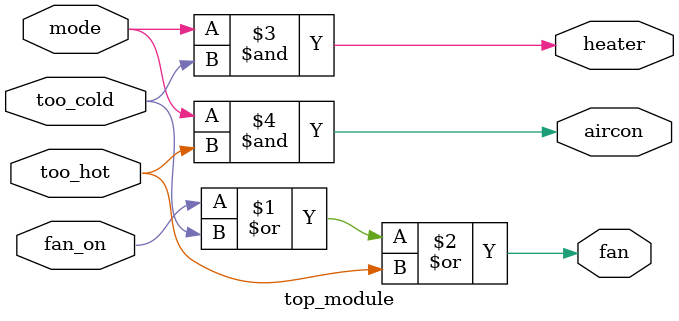
<source format=sv>
module top_module(
  input mode,
  input too_cold,
  input too_hot,
  input fan_on,
  output heater,
  output aircon,
  output fan
);

  // Control the fan
  assign fan = (fan_on | too_cold | too_hot);

  // Control the heater
  assign heater = (mode & too_cold);

  // Control the air conditioner
  assign aircon = (mode & too_hot);

endmodule

</source>
